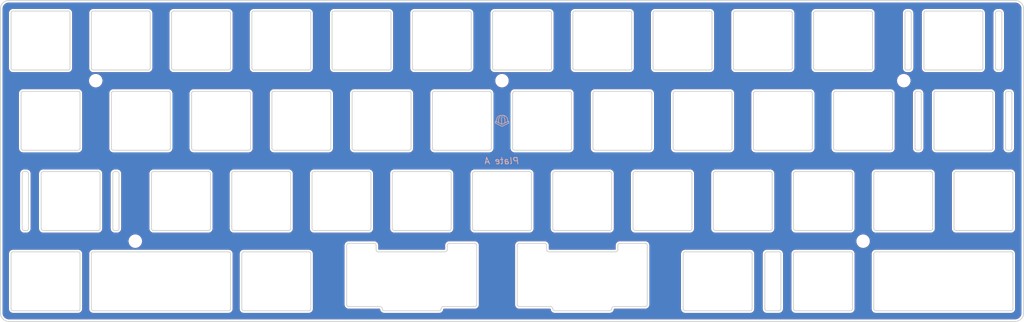
<source format=kicad_pcb>
(kicad_pcb (version 20211014) (generator pcbnew)
  (layers (0 "F.Cu" signal) (31 "B.Cu" signal) (34 "B.Paste" user) (35 "F.Paste" user) (36 "B.SilkS" user "B.Silkscreen") (37 "F.SilkS" user "F.Silkscreen") (38 "B.Mask" user) (39 "F.Mask" user) (44 "Edge.Cuts" user))
  (net 0 "")
  (footprint "MountingHole:MountingHole_2.2mm_M2" (layer "F.Cu") (at 243.81225 73.025 180)
    (fp_text reference "REF**" hide)
    (fp_text value "MountingHole_2.2mm_M2")
    (pad "" np_thru_hole circle (at 0 0 180) (size 2.2 2.2) (drill 2.2) (layers *.Cu *.Mask))
  )
  (footprint "MountingHole:MountingHole_2.2mm_M2" (layer "F.Cu") (at 51.99025 73.025 180)
    (fp_text reference "REF**" hide)
    (fp_text value "MountingHole_2.2mm_M2")
    (pad "" np_thru_hole circle (at 0 0 180) (size 2.2 2.2) (drill 2.2) (layers *.Cu *.Mask))
  )
  (footprint "MountingHole:MountingHole_2.2mm_M2" (layer "F.Cu") (at 234.15625 111.125 180)
    (fp_text reference "REF**" hide)
    (fp_text value "MountingHole_2.2mm_M2")
    (pad "" np_thru_hole circle (at 0 0 180) (size 2.2 2.2) (drill 2.2) (layers *.Cu *.Mask))
  )
  (footprint "MountingHole:MountingHole_2.2mm_M2" (layer "F.Cu") (at 61.38425 111.125 180)
    (fp_text reference "REF**" hide)
    (fp_text value "MountingHole_2.2mm_M2")
    (pad "" np_thru_hole circle (at 0 0 180) (size 2.2 2.2) (drill 2.2) (layers *.Cu *.Mask))
  )
  (footprint "MountingHole:MountingHole_2.2mm_M2" (layer "F.Cu") (at 148.43125 73.025 180)
    (fp_text reference "REF**" hide)
    (fp_text value "MountingHole_2.2mm_M2")
    (pad "" np_thru_hole circle (at 0 0 180) (size 2.2 2.2) (drill 2.2) (layers *.Cu *.Mask))
  )
  (footprint "LOGO" (layer "B.Cu") (at 148.43125 82.55 180)
    (fp_text reference "G***" hide)
    (fp_text value "LOGO" hide)
  )
  (gr_line (start 218.13125 113.65) (end 231.13125 113.65) (layer "Edge.Cuts") (width 0.2))
  (gr_arc (start 158.54325 111.65) (mid 158.896803 111.796447) (end 159.04325 112.15) (layer "Edge.Cuts") (width 0.2))
  (gr_line (start 184.00625 89.05) (end 184.00625 76.05) (layer "Edge.Cuts") (width 0.2))
  (gr_arc (start 134 127.15) (mid 134.146447 126.796447) (end 134.5 126.65) (layer "Edge.Cuts") (width 0.2))
  (gr_line (start 35.5375 94.6) (end 35.0375 94.6) (layer "Edge.Cuts") (width 0.2))
  (gr_line (start 160.48125 95.1) (end 160.48125 108.1) (layer "Edge.Cuts") (width 0.2))
  (gr_arc (start 134 127.15) (mid 133.853553 127.503553) (end 133.5 127.65) (layer "Edge.Cuts") (width 0.2))
  (gr_line (start 155.43125 108.1) (end 155.43125 95.1) (layer "Edge.Cuts") (width 0.2))
  (gr_arc (start 32.39375 127.65) (mid 32.040197 127.503553) (end 31.89375 127.15) (layer "Edge.Cuts") (width 0.2))
  (gr_line (start 34.275 76.05) (end 34.275 89.05) (layer "Edge.Cuts") (width 0.2))
  (gr_line (start 249.0875 70.5) (end 262.0875 70.5) (layer "Edge.Cuts") (width 0.2))
  (gr_arc (start 179.24375 70) (mid 179.097303 70.353553) (end 178.74375 70.5) (layer "Edge.Cuts") (width 0.2))
  (gr_arc (start 269.23125 94.6) (mid 269.584803 94.746447) (end 269.73125 95.1) (layer "Edge.Cuts") (width 0.2))
  (gr_arc (start 184.79375 70.5) (mid 184.440197 70.353553) (end 184.29375 70) (layer "Edge.Cuts") (width 0.2))
  (gr_line (start 267.96875 76.05) (end 267.96875 89.05) (layer "Edge.Cuts") (width 0.2))
  (gr_arc (start 127.64375 70.5) (mid 127.290197 70.353553) (end 127.14375 70) (layer "Edge.Cuts") (width 0.2))
  (gr_arc (start 222.89375 70.5) (mid 222.540197 70.353553) (end 222.39375 70) (layer "Edge.Cuts") (width 0.2))
  (gr_arc (start 112.062 126.65) (mid 111.708447 126.503553) (end 111.562 126.15) (layer "Edge.Cuts") (width 0.2))
  (gr_line (start 141.43125 95.1) (end 141.43125 108.1) (layer "Edge.Cuts") (width 0.2))
  (gr_arc (start 57.0375 94.6) (mid 57.391053 94.746447) (end 57.5375 95.1) (layer "Edge.Cuts") (width 0.2))
  (gr_arc (start 217.63125 95.1) (mid 217.777697 94.746447) (end 218.13125 94.6) (layer "Edge.Cuts") (width 0.2))
  (gr_line (start 39.0375 95.1) (end 39.0375 108.1) (layer "Edge.Cuts") (width 0.2))
  (gr_line (start 173.98125 127.65) (end 160.98125 127.65) (layer "Edge.Cuts") (width 0.2))
  (gr_arc (start 170.00625 76.05) (mid 170.152697 75.696447) (end 170.50625 75.55) (layer "Edge.Cuts") (width 0.2))
  (gr_line (start 266.0875 70.5) (end 266.5875 70.5) (layer "Edge.Cuts") (width 0.2))
  (gr_line (start 266.5875 56.5) (end 266.0875 56.5) (layer "Edge.Cuts") (width 0.2))
  (gr_arc (start 56.5375 108.6) (mid 56.183947 108.453553) (end 56.0375 108.1) (layer "Edge.Cuts") (width 0.2))
  (gr_line (start 36.0375 108.1) (end 36.0375 95.1) (layer "Edge.Cuts") (width 0.2))
  (gr_line (start 222.89375 70.5) (end 235.89375 70.5) (layer "Edge.Cuts") (width 0.2))
  (gr_line (start 78.73125 94.6) (end 65.73125 94.6) (layer "Edge.Cuts") (width 0.2))
  (gr_line (start 53.0375 108.1) (end 53.0375 95.1) (layer "Edge.Cuts") (width 0.2))
  (gr_line (start 269.23125 94.6) (end 256.23125 94.6) (layer "Edge.Cuts") (width 0.2))
  (gr_line (start 250.96875 89.05) (end 250.96875 76.05) (layer "Edge.Cuts") (width 0.2))
  (gr_line (start 264.96875 76.05) (end 264.96875 89.05) (layer "Edge.Cuts") (width 0.2))
  (gr_line (start 102.54375 127.65) (end 87.1625 127.65) (layer "Edge.Cuts") (width 0.2))
  (gr_line (start 98.28125 95.1) (end 98.28125 108.1) (layer "Edge.Cuts") (width 0.2))
  (gr_arc (start 231.63125 108.1) (mid 231.484803 108.453553) (end 231.13125 108.6) (layer "Edge.Cuts") (width 0.2))
  (gr_line (start 214.13125 113.65) (end 211.31875 113.65) (layer "Edge.Cuts") (width 0.2))
  (gr_line (start 119.062 113.65) (end 134.938 113.65) (layer "Edge.Cuts") (width 0.2))
  (gr_arc (start 141.43125 95.1) (mid 141.577697 94.746447) (end 141.93125 94.6) (layer "Edge.Cuts") (width 0.2))
  (gr_line (start 35.0375 108.6) (end 35.5375 108.6) (layer "Edge.Cuts") (width 0.2))
  (gr_arc (start 266.5875 56.5) (mid 266.941053 56.646447) (end 267.0875 57) (layer "Edge.Cuts") (width 0.2))
  (gr_line (start 132.40625 89.55) (end 145.40625 89.55) (layer "Edge.Cuts") (width 0.2))
  (gr_line (start 93.80625 76.05) (end 93.80625 89.05) (layer "Edge.Cuts") (width 0.2))
  (gr_line (start 268.96875 75.55) (end 268.46875 75.55) (layer "Edge.Cuts") (width 0.2))
  (gr_arc (start 246.96875 89.55) (mid 246.615197 89.403553) (end 246.46875 89.05) (layer "Edge.Cuts") (width 0.2))
  (gr_line (start 140.64375 56.5) (end 127.64375 56.5) (layer "Edge.Cuts") (width 0.2))
  (gr_line (start 56.0375 95.1) (end 56.0375 108.1) (layer "Edge.Cuts") (width 0.2))
  (gr_line (start 208.60625 89.55) (end 221.60625 89.55) (layer "Edge.Cuts") (width 0.2))
  (gr_line (start 246.96875 89.55) (end 247.46875 89.55) (layer "Edge.Cuts") (width 0.2))
  (gr_arc (start 75.25625 89.55) (mid 74.902697 89.403553) (end 74.75625 89.05) (layer "Edge.Cuts") (width 0.2))
  (gr_arc (start 119.062 113.65) (mid 118.708447 113.503553) (end 118.562 113.15) (layer "Edge.Cuts") (width 0.2))
  (gr_arc (start 135.438 113.15) (mid 135.291553 113.503553) (end 134.938 113.65) (layer "Edge.Cuts") (width 0.2))
  (gr_line (start 57.0375 94.6) (end 56.5375 94.6) (layer "Edge.Cuts") (width 0.2))
  (gr_arc (start 251.46875 89.55) (mid 251.115197 89.403553) (end 250.96875 89.05) (layer "Edge.Cuts") (width 0.2))
  (gr_arc (start 78.73125 94.6) (mid 79.084803 94.746447) (end 79.23125 95.1) (layer "Edge.Cuts") (width 0.2))
  (gr_arc (start 51.44375 70.5) (mid 51.090197 70.353553) (end 50.94375 70) (layer "Edge.Cuts") (width 0.2))
  (gr_line (start 121.59375 56.5) (end 108.59375 56.5) (layer "Edge.Cuts") (width 0.2))
  (gr_arc (start 48.275 89.05) (mid 48.128553 89.403553) (end 47.775 89.55) (layer "Edge.Cuts") (width 0.2))
  (gr_line (start 179.24375 70) (end 179.24375 57) (layer "Edge.Cuts") (width 0.2))
  (gr_arc (start 145.40625 75.55) (mid 145.759803 75.696447) (end 145.90625 76.05) (layer "Edge.Cuts") (width 0.2))
  (gr_line (start 126.85625 89.05) (end 126.85625 76.05) (layer "Edge.Cuts") (width 0.2))
  (gr_line (start 165.24375 57) (end 165.24375 70) (layer "Edge.Cuts") (width 0.2))
  (gr_line (start 65.23125 95.1) (end 65.23125 108.1) (layer "Edge.Cuts") (width 0.2))
  (gr_line (start 231.63125 108.1) (end 231.63125 95.1) (layer "Edge.Cuts") (width 0.2))
  (gr_arc (start 32.39375 70.5) (mid 32.040197 70.353553) (end 31.89375 70) (layer "Edge.Cuts") (width 0.2))
  (gr_arc (start 160.19375 70) (mid 160.047303 70.353553) (end 159.69375 70.5) (layer "Edge.Cuts") (width 0.2))
  (gr_arc (start 31.89375 114.15) (mid 32.040197 113.796447) (end 32.39375 113.65) (layer "Edge.Cuts") (width 0.2))
  (gr_line (start 88.25625 75.55) (end 75.25625 75.55) (layer "Edge.Cuts") (width 0.2))
  (gr_line (start 235.89375 56.5) (end 222.89375 56.5) (layer "Edge.Cuts") (width 0.2))
  (gr_arc (start 64.94375 70) (mid 64.797303 70.353553) (end 64.44375 70.5) (layer "Edge.Cuts") (width 0.2))
  (gr_line (start 154.93125 94.6) (end 141.93125 94.6) (layer "Edge.Cuts") (width 0.2))
  (gr_arc (start 269.23125 113.65) (mid 269.584803 113.796447) (end 269.73125 114.15) (layer "Edge.Cuts") (width 0.2))
  (gr_arc (start 182.91925 126.15) (mid 182.772803 126.503553) (end 182.41925 126.65) (layer "Edge.Cuts") (width 0.2))
  (gr_arc (start 65.73125 108.6) (mid 65.377697 108.453553) (end 65.23125 108.1) (layer "Edge.Cuts") (width 0.2))
  (gr_line (start 269.23125 113.65) (end 237.18125 113.65) (layer "Edge.Cuts") (width 0.2))
  (gr_line (start 89.54375 70.5) (end 102.54375 70.5) (layer "Edge.Cuts") (width 0.2))
  (gr_line (start 176.41925 111.65) (end 182.41925 111.65) (layer "Edge.Cuts") (width 0.2))
  (gr_line (start 189.55625 89.55) (end 202.55625 89.55) (layer "Edge.Cuts") (width 0.2))
  (gr_arc (start 88.25625 75.55) (mid 88.609803 75.696447) (end 88.75625 76.05) (layer "Edge.Cuts") (width 0.2))
  (gr_arc (start 154.93125 94.6) (mid 155.284803 94.746447) (end 155.43125 95.1) (layer "Edge.Cuts") (width 0.2))
  (gr_arc (start 83.49375 113.65) (mid 83.847303 113.796447) (end 83.99375 114.15) (layer "Edge.Cuts") (width 0.2))
  (gr_arc (start 210.81875 114.15) (mid 210.965197 113.796447) (end 211.31875 113.65) (layer "Edge.Cuts") (width 0.2))
  (gr_line (start 198.29375 70) (end 198.29375 57) (layer "Edge.Cuts") (width 0.2))
  (gr_arc (start 135.438 112.15) (mid 135.584447 111.796447) (end 135.938 111.65) (layer "Edge.Cuts") (width 0.2))
  (gr_line (start 116.83125 94.6) (end 103.83125 94.6) (layer "Edge.Cuts") (width 0.2))
  (gr_line (start 31.89375 114.15) (end 31.89375 127.15) (layer "Edge.Cuts") (width 0.2))
  (gr_arc (start 246.46875 76.05) (mid 246.615197 75.696447) (end 246.96875 75.55) (layer "Edge.Cuts") (width 0.2))
  (gr_arc (start 98.28125 108.1) (mid 98.134803 108.453553) (end 97.78125 108.6) (layer "Edge.Cuts") (width 0.2))
  (gr_line (start 136.38125 95.1) (end 136.38125 108.1) (layer "Edge.Cuts") (width 0.2))
  (gr_line (start 222.39375 57) (end 222.39375 70) (layer "Edge.Cuts") (width 0.2))
  (gr_line (start 244.5875 70.5) (end 245.0875 70.5) (layer "Edge.Cuts") (width 0.2))
  (gr_line (start 135.938 111.65) (end 141.938 111.65) (layer "Edge.Cuts") (width 0.2))
  (gr_arc (start 126.35625 75.55) (mid 126.709803 75.696447) (end 126.85625 76.05) (layer "Edge.Cuts") (width 0.2))
  (gr_line (start 199.08125 108.6) (end 212.08125 108.6) (layer "Edge.Cuts") (width 0.2))
  (gr_arc (start 191.4375 114.15) (mid 191.583947 113.796447) (end 191.9375 113.65) (layer "Edge.Cuts") (width 0.2))
  (gr_arc (start 231.13125 113.65) (mid 231.484803 113.796447) (end 231.63125 114.15) (layer "Edge.Cuts") (width 0.2))
  (gr_arc (start 203.05625 89.05) (mid 202.909803 89.403553) (end 202.55625 89.55) (layer "Edge.Cuts") (width 0.2))
  (gr_arc (start 231.13125 94.6) (mid 231.484803 94.746447) (end 231.63125 95.1) (layer "Edge.Cuts") (width 0.2))
  (gr_arc (start 178.74375 56.5) (mid 179.097303 56.646447) (end 179.24375 57) (layer "Edge.Cuts") (width 0.2))
  (gr_arc (start 250.96875 76.05) (mid 251.115197 75.696447) (end 251.46875 75.55) (layer "Edge.Cuts") (width 0.2))
  (gr_line (start 127.14375 57) (end 127.14375 70) (layer "Edge.Cuts") (width 0.2))
  (gr_line (start 83.49375 113.65) (end 51.44375 113.65) (layer "Edge.Cuts") (width 0.2))
  (gr_arc (start 45.39375 56.5) (mid 45.747303 56.646447) (end 45.89375 57) (layer "Edge.Cuts") (width 0.2))
  (gr_line (start 89.04375 57) (end 89.04375 70) (layer "Edge.Cuts") (width 0.2))
  (gr_arc (start 56.0375 95.1) (mid 56.183947 94.746447) (end 56.5375 94.6) (layer "Edge.Cuts") (width 0.2))
  (gr_arc (start 164.45625 75.55) (mid 164.809803 75.696447) (end 164.95625 76.05) (layer "Edge.Cuts") (width 0.2))
  (gr_arc (start 236.68125 95.1) (mid 236.827697 94.746447) (end 237.18125 94.6) (layer "Edge.Cuts") (width 0.2))
  (gr_arc (start 45.89375 70) (mid 45.747303 70.353553) (end 45.39375 70.5) (layer "Edge.Cuts") (width 0.2))
  (gr_line (start 210.81875 114.15) (end 210.81875 127.15) (layer "Edge.Cuts") (width 0.2))
  (gr_line (start 193.03125 94.6) (end 180.03125 94.6) (layer "Edge.Cuts") (width 0.2))
  (gr_line (start 203.34375 70) (end 203.34375 57) (layer "Edge.Cuts") (width 0.2))
  (gr_arc (start 122.38125 95.1) (mid 122.527697 94.746447) (end 122.88125 94.6) (layer "Edge.Cuts") (width 0.2))
  (gr_line (start 221.60625 75.55) (end 208.60625 75.55) (layer "Edge.Cuts") (width 0.2))
  (gr_arc (start 198.58125 95.1) (mid 198.727697 94.746447) (end 199.08125 94.6) (layer "Edge.Cuts") (width 0.2))
  (gr_line (start 57.5375 108.1) (end 57.5375 95.1) (layer "Edge.Cuts") (width 0.2))
  (gr_arc (start 36.0375 108.1) (mid 35.891053 108.453553) (end 35.5375 108.6) (layer "Edge.Cuts") (width 0.2))
  (gr_line (start 122.38125 108.1) (end 122.38125 95.1) (layer "Edge.Cuts") (width 0.2))
  (gr_line (start 84.78125 94.6) (end 97.78125 94.6) (layer "Edge.Cuts") (width 0.2))
  (gr_arc (start 146.69375 70.5) (mid 146.340197 70.353553) (end 146.19375 70) (layer "Edge.Cuts") (width 0.2))
  (gr_line (start 74.75625 76.05) (end 74.75625 89.05) (layer "Edge.Cuts") (width 0.2))
  (gr_line (start 178.74375 56.5) (end 165.74375 56.5) (layer "Edge.Cuts") (width 0.2))
  (gr_arc (start 94.30625 89.55) (mid 93.952697 89.403553) (end 93.80625 89.05) (layer "Edge.Cuts") (width 0.2))
  (gr_line (start 269.73125 127.15) (end 269.73125 114.15) (layer "Edge.Cuts") (width 0.2))
  (gr_line (start 145.90625 89.05) (end 145.90625 76.05) (layer "Edge.Cuts") (width 0.2))
  (gr_arc (start 122.09375 70) (mid 121.947303 70.353553) (end 121.59375 70.5) (layer "Edge.Cuts") (width 0.2))
  (gr_line (start 180.03125 108.6) (end 193.03125 108.6) (layer "Edge.Cuts") (width 0.2))
  (gr_line (start 141.14375 70) (end 141.14375 57) (layer "Edge.Cuts") (width 0.2))
  (gr_line (start 83.49375 56.5) (end 70.49375 56.5) (layer "Edge.Cuts") (width 0.2))
  (gr_line (start 152.04325 126.15) (end 152.04325 112.15) (layer "Edge.Cuts") (width 0.2))
  (gr_line (start 272.25625 128.175) (end 272.25625 55.975) (layer "Edge.Cuts") (width 0.2))
  (gr_arc (start 136.38125 108.1) (mid 136.234803 108.453553) (end 135.88125 108.6) (layer "Edge.Cuts") (width 0.2))
  (gr_line (start 183.50625 75.55) (end 170.50625 75.55) (layer "Edge.Cuts") (width 0.2))
  (gr_arc (start 159.54325 113.65) (mid 159.189697 113.503553) (end 159.04325 113.15) (layer "Edge.Cuts") (width 0.2))
  (gr_arc (start 267.96875 76.05) (mid 268.115197 75.696447) (end 268.46875 75.55) (layer "Edge.Cuts") (width 0.2))
  (gr_arc (start 47.775 113.65) (mid 48.128553 113.796447) (end 48.275 114.15) (layer "Edge.Cuts") (width 0.2))
  (gr_line (start 250.68125 108.1) (end 250.68125 95.1) (layer "Edge.Cuts") (width 0.2))
  (gr_arc (start 103.83125 108.6) (mid 103.477697 108.453553) (end 103.33125 108.1) (layer "Edge.Cuts") (width 0.2))
  (gr_arc (start 174.48125 127.15) (mid 174.334803 127.503553) (end 173.98125 127.65) (layer "Edge.Cuts") (width 0.2))
  (gr_arc (start 217.63125 114.15) (mid 217.777697 113.796447) (end 218.13125 113.65) (layer "Edge.Cuts") (width 0.2))
  (gr_line (start 264.46875 89.55) (end 251.46875 89.55) (layer "Edge.Cuts") (width 0.2))
  (gr_line (start 227.65625 89.55) (end 240.65625 89.55) (layer "Edge.Cuts") (width 0.2))
  (gr_arc (start 269.73125 108.1) (mid 269.584803 108.453553) (end 269.23125 108.6) (layer "Edge.Cuts") (width 0.2))
  (gr_arc (start 179.53125 95.1) (mid 179.677697 94.746447) (end 180.03125 94.6) (layer "Edge.Cuts") (width 0.2))
  (gr_arc (start 182.41925 111.65) (mid 182.772803 111.796447) (end 182.91925 112.15) (layer "Edge.Cuts") (width 0.2))
  (gr_line (start 160.19375 70) (end 160.19375 57) (layer "Edge.Cuts") (width 0.2))
  (gr_arc (start 218.13125 127.65) (mid 217.777697 127.503553) (end 217.63125 127.15) (layer "Edge.Cuts") (width 0.2))
  (gr_arc (start 103.04375 70) (mid 102.897303 70.353553) (end 102.54375 70.5) (layer "Edge.Cuts") (width 0.2))
  (gr_line (start 231.13125 127.65) (end 218.13125 127.65) (layer "Edge.Cuts") (width 0.2))
  (gr_arc (start 265.5875 57) (mid 265.733947 56.646447) (end 266.0875 56.5) (layer "Edge.Cuts") (width 0.2))
  (gr_line (start 146.69375 70.5) (end 159.69375 70.5) (layer "Edge.Cuts") (width 0.2))
  (gr_line (start 269.73125 108.1) (end 269.73125 95.1) (layer "Edge.Cuts") (width 0.2))
  (gr_arc (start 269.73125 127.15) (mid 269.584803 127.503553) (end 269.23125 127.65) (layer "Edge.Cuts") (width 0.2))
  (gr_arc (start 53.0375 108.1) (mid 52.891053 108.453553) (end 52.5375 108.6) (layer "Edge.Cuts") (width 0.2))
  (gr_line (start 193.53125 108.1) (end 193.53125 95.1) (layer "Edge.Cuts") (width 0.2))
  (gr_line (start 270.25625 53.975) (end 31.36875 53.975) (layer "Edge.Cuts") (width 0.2))
  (gr_arc (start 211.31875 127.65) (mid 210.965197 127.503553) (end 210.81875 127.15) (layer "Edge.Cuts") (width 0.2))
  (gr_arc (start 97.78125 94.6) (mid 98.134803 94.746447) (end 98.28125 95.1) (layer "Edge.Cuts") (width 0.2))
  (gr_arc (start 235.89375 56.5) (mid 236.247303 56.646447) (end 236.39375 57) (layer "Edge.Cuts") (width 0.2))
  (gr_line (start 218.13125 108.6) (end 231.13125 108.6) (layer "Edge.Cuts") (width 0.2))
  (gr_line (start 237.18125 127.65) (end 269.23125 127.65) (layer "Edge.Cuts") (width 0.2))
  (gr_line (start 75.25625 89.55) (end 88.25625 89.55) (layer "Edge.Cuts") (width 0.2))
  (gr_line (start 103.83125 108.6) (end 116.83125 108.6) (layer "Edge.Cuts") (width 0.2))
  (gr_line (start 231.13125 94.6) (end 218.13125 94.6) (layer "Edge.Cuts") (width 0.2))
  (gr_line (start 212.08125 94.6) (end 199.08125 94.6) (layer "Edge.Cuts") (width 0.2))
  (gr_line (start 111.562 126.15) (end 111.562 112.15) (layer "Edge.Cuts") (width 0.2))
  (gr_arc (start 89.54375 70.5) (mid 89.190197 70.353553) (end 89.04375 70) (layer "Edge.Cuts") (width 0.2))
  (gr_line (start 135.88125 108.6) (end 122.88125 108.6) (layer "Edge.Cuts") (width 0.2))
  (gr_arc (start 202.55625 75.55) (mid 202.909803 75.696447) (end 203.05625 76.05) (layer "Edge.Cuts") (width 0.2))
  (gr_arc (start 121.59375 56.5) (mid 121.947303 56.646447) (end 122.09375 57) (layer "Edge.Cuts") (width 0.2))
  (gr_arc (start 113.35625 89.55) (mid 113.002697 89.403553) (end 112.85625 89.05) (layer "Edge.Cuts") (width 0.2))
  (gr_arc (start 247.46875 75.55) (mid 247.822303 75.696447) (end 247.96875 76.05) (layer "Edge.Cuts") (width 0.2))
  (gr_line (start 241.15625 89.05) (end 241.15625 76.05) (layer "Edge.Cuts") (width 0.2))
  (gr_line (start 113.35625 89.55) (end 126.35625 89.55) (layer "Edge.Cuts") (width 0.2))
  (gr_arc (start 31.89375 57) (mid 32.040197 56.646447) (end 32.39375 56.5) (layer "Edge.Cuts") (width 0.2))
  (gr_arc (start 145.90625 89.05) (mid 145.759803 89.403553) (end 145.40625 89.55) (layer "Edge.Cuts") (width 0.2))
  (gr_line (start 50.94375 114.15) (end 50.94375 127.15) (layer "Edge.Cuts") (width 0.2))
  (gr_arc (start 160.98125 127.65) (mid 160.627697 127.503553) (end 160.48125 127.15) (layer "Edge.Cuts") (width 0.2))
  (gr_arc (start 112.85625 76.05) (mid 113.002697 75.696447) (end 113.35625 75.55) (layer "Edge.Cuts") (width 0.2))
  (gr_line (start 267.0875 70) (end 267.0875 57) (layer "Edge.Cuts") (width 0.2))
  (gr_line (start 265.5875 57) (end 265.5875 70) (layer "Edge.Cuts") (width 0.2))
  (gr_arc (start 155.43125 108.1) (mid 155.284803 108.453553) (end 154.93125 108.6) (layer "Edge.Cuts") (width 0.2))
  (gr_arc (start 208.60625 89.55) (mid 208.252697 89.403553) (end 208.10625 89.05) (layer "Edge.Cuts") (width 0.2))
  (gr_line (start 211.31875 127.65) (end 214.13125 127.65) (layer "Edge.Cuts") (width 0.2))
  (gr_arc (start 122.88125 108.6) (mid 122.527697 108.453553) (end 122.38125 108.1) (layer "Edge.Cuts") (width 0.2))
  (gr_arc (start 83.99375 127.15) (mid 83.847303 127.503553) (end 83.49375 127.65) (layer "Edge.Cuts") (width 0.2))
  (gr_line (start 208.10625 76.05) (end 208.10625 89.05) (layer "Edge.Cuts") (width 0.2))
  (gr_arc (start 173.98125 94.6) (mid 174.334803 94.746447) (end 174.48125 95.1) (layer "Edge.Cuts") (width 0.2))
  (gr_line (start 236.39375 70) (end 236.39375 57) (layer "Edge.Cuts") (width 0.2))
  (gr_line (start 47.775 113.65) (end 32.39375 113.65) (layer "Edge.Cuts") (width 0.2))
  (gr_arc (start 55.70625 76.05) (mid 55.852697 75.696447) (end 56.20625 75.55) (layer "Edge.Cuts") (width 0.2))
  (gr_arc (start 189.05625 76.05) (mid 189.202697 75.696447) (end 189.55625 75.55) (layer "Edge.Cuts") (width 0.2))
  (gr_line (start 212.58125 108.1) (end 212.58125 95.1) (layer "Edge.Cuts") (width 0.2))
  (gr_line (start 55.70625 76.05) (end 55.70625 89.05) (layer "Edge.Cuts") (width 0.2))
  (gr_arc (start 152.04325 112.15) (mid 152.189697 111.796447) (end 152.54325 111.65) (layer "Edge.Cuts") (width 0.2))
  (gr_arc (start 207.31875 113.65) (mid 207.672303 113.796447) (end 207.81875 114.15) (layer "Edge.Cuts") (width 0.2))
  (gr_line (start 170.00625 76.05) (end 170.00625 89.05) (layer "Edge.Cuts") (width 0.2))
  (gr_arc (start 272.25625 128.175) (mid 271.670464 129.589214) (end 270.25625 130.175) (layer "Edge.Cuts") (width 0.2))
  (gr_line (start 152.54325 111.65) (end 158.54325 111.65) (layer "Edge.Cuts") (width 0.2))
  (gr_line (start 103.04375 114.15) (end 103.04375 127.15) (layer "Edge.Cuts") (width 0.2))
  (gr_arc (start 160.98125 108.6) (mid 160.627697 108.453553) (end 160.48125 108.1) (layer "Edge.Cuts") (width 0.2))
  (gr_line (start 207.81875 127.15) (end 207.81875 114.15) (layer "Edge.Cuts") (width 0.2))
  (gr_line (start 150.95625 76.05) (end 150.95625 89.05) (layer "Edge.Cuts") (width 0.2))
  (gr_arc (start 170.50625 89.55) (mid 170.152697 89.403553) (end 170.00625 89.05) (layer "Edge.Cuts") (width 0.2))
  (gr_arc (start 141.938 111.65) (mid 142.291553 111.796447) (end 142.438 112.15) (layer "Edge.Cuts") (width 0.2))
  (gr_line (start 108.59375 70.5) (end 121.59375 70.5) (layer "Edge.Cuts") (width 0.2))
  (gr_line (start 240.65625 75.55) (end 227.65625 75.55) (layer "Edge.Cuts") (width 0.2))
  (gr_line (start 262.0875 56.5) (end 249.0875 56.5) (layer "Edge.Cuts") (width 0.2))
  (gr_arc (start 249.0875 70.5) (mid 248.733947 70.353553) (end 248.5875 70) (layer "Edge.Cuts") (width 0.2))
  (gr_arc (start 245.5875 70) (mid 245.441053 70.353553) (end 245.0875 70.5) (layer "Edge.Cuts") (width 0.2))
  (gr_arc (start 212.08125 94.6) (mid 212.434803 94.746447) (end 212.58125 95.1) (layer "Edge.Cuts") (width 0.2))
  (gr_arc (start 244.5875 70.5) (mid 244.233947 70.353553) (end 244.0875 70) (layer "Edge.Cuts") (width 0.2))
  (gr_arc (start 131.90625 76.05) (mid 132.052697 75.696447) (end 132.40625 75.55) (layer "Edge.Cuts") (width 0.2))
  (gr_arc (start 70.49375 70.5) (mid 70.140197 70.353553) (end 69.99375 70) (layer "Edge.Cuts") (width 0.2))
  (gr_arc (start 262.0875 56.5) (mid 262.441053 56.646447) (end 262.5875 57) (layer "Edge.Cuts") (width 0.2))
  (gr_line (start 70.49375 70.5) (end 83.49375 70.5) (layer "Edge.Cuts") (width 0.2))
  (gr_arc (start 118.062 111.65) (mid 118.415553 111.796447) (end 118.562 112.15) (layer "Edge.Cuts") (width 0.2))
  (gr_arc (start 69.20625 75.55) (mid 69.559803 75.696447) (end 69.70625 76.05) (layer "Edge.Cuts") (width 0.2))
  (gr_line (start 159.04325 112.15) (end 159.04325 113.15) (layer "Edge.Cuts") (width 0.2))
  (gr_line (start 268.46875 89.55) (end 268.96875 89.55) (layer "Edge.Cuts") (width 0.2))
  (gr_arc (start 216.84375 56.5) (mid 217.197303 56.646447) (end 217.34375 57) (layer "Edge.Cuts") (width 0.2))
  (gr_line (start 245.5875 70) (end 245.5875 57) (layer "Edge.Cuts") (width 0.2))
  (gr_arc (start 111.562 112.15) (mid 111.708447 111.796447) (end 112.062 111.65) (layer "Edge.Cuts") (width 0.2))
  (gr_line (start 214.63125 127.15) (end 214.63125 114.15) (layer "Edge.Cuts") (width 0.2))
  (gr_line (start 159.69375 56.5) (end 146.69375 56.5) (layer "Edge.Cuts") (width 0.2))
  (gr_line (start 107.30625 75.55) (end 94.30625 75.55) (layer "Edge.Cuts") (width 0.2))
  (gr_line (start 102.54375 56.5) (end 89.54375 56.5) (layer "Edge.Cuts") (width 0.2))
  (gr_line (start 50.94375 57) (end 50.94375 70) (layer "Edge.Cuts") (width 0.2))
  (gr_arc (start 29.36875 55.975) (mid 29.954536 54.560786) (end 31.36875 53.975) (layer "Edge.Cuts") (width 0.2))
  (gr_arc (start 89.04375 57) (mid 89.190197 56.646447) (end 89.54375 56.5) (layer "Edge.Cuts") (width 0.2))
  (gr_line (start 56.5375 108.6) (end 57.0375 108.6) (layer "Edge.Cuts") (width 0.2))
  (gr_arc (start 268.46875 89.55) (mid 268.115197 89.403553) (end 267.96875 89.05) (layer "Edge.Cuts") (width 0.2))
  (gr_line (start 69.70625 89.05) (end 69.70625 76.05) (layer "Edge.Cuts") (width 0.2))
  (gr_arc (start 175.91925 112.15) (mid 176.065697 111.796447) (end 176.41925 111.65) (layer "Edge.Cuts") (width 0.2))
  (gr_line (start 159.98125 126.65) (end 152.54325 126.65) (layer "Edge.Cuts") (width 0.2))
  (gr_line (start 83.99375 70) (end 83.99375 57) (layer "Edge.Cuts") (width 0.2))
  (gr_line (start 141.938 126.65) (end 134.5 126.65) (layer "Edge.Cuts") (width 0.2))
  (gr_line (start 45.89375 70) (end 45.89375 57) (layer "Edge.Cuts") (width 0.2))
  (gr_arc (start 245.0875 56.5) (mid 245.441053 56.646447) (end 245.5875 57) (layer "Edge.Cuts") (width 0.2))
  (gr_line (start 203.84375 56.5) (end 216.84375 56.5) (layer "Edge.Cuts") (width 0.2))
  (gr_line (start 47.775 75.55) (end 34.775 75.55) (layer "Edge.Cuts") (width 0.2))
  (gr_line (start 164.95625 89.05) (end 164.95625 76.05) (layer "Edge.Cuts") (width 0.2))
  (gr_arc (start 203.34375 57) (mid 203.490197 56.646447) (end 203.84375 56.5) (layer "Edge.Cuts") (width 0.2))
  (gr_arc (start 264.46875 75.55) (mid 264.822303 75.696447) (end 264.96875 76.05) (layer "Edge.Cuts") (width 0.2))
  (gr_line (start 179.53125 95.1) (end 179.53125 108.1) (layer "Edge.Cuts") (width 0.2))
  (gr_arc (start 84.28125 95.1) (mid 84.427697 94.746447) (end 84.78125 94.6) (layer "Edge.Cuts") (width 0.2))
  (gr_arc (start 165.24375 57) (mid 165.390197 56.646447) (end 165.74375 56.5) (layer "Edge.Cuts") (width 0.2))
  (gr_line (start 87.1625 113.65) (end 102.54375 113.65) (layer "Edge.Cuts") (width 0.2))
  (gr_line (start 135.438 113.15) (end 135.438 112.15) (layer "Edge.Cuts") (width 0.2))
  (gr_arc (start 135.88125 94.6) (mid 136.234803 94.746447) (end 136.38125 95.1) (layer "Edge.Cuts") (width 0.2))
  (gr_line (start 217.63125 95.1) (end 217.63125 108.1) (layer "Edge.Cuts") (width 0.2))
  (gr_line (start 88.75625 89.05) (end 88.75625 76.05) (layer "Edge.Cuts") (width 0.2))
  (gr_line (start 122.88125 94.6) (end 135.88125 94.6) (layer "Edge.Cuts") (width 0.2))
  (gr_arc (start 248.5875 57) (mid 248.733947 56.646447) (end 249.0875 56.5) (layer "Edge.Cuts") (width 0.2))
  (gr_line (start 184.29375 57) (end 184.29375 70) (layer "Edge.Cuts") (width 0.2))
  (gr_arc (start 221.60625 75.55) (mid 221.959803 75.696447) (end 222.10625 76.05) (layer "Edge.Cuts") (width 0.2))
  (gr_line (start 56.20625 89.55) (end 69.20625 89.55) (layer "Edge.Cuts") (width 0.2))
  (gr_arc (start 84.78125 108.6) (mid 84.427697 108.453553) (end 84.28125 108.1) (layer "Edge.Cuts") (width 0.2))
  (gr_line (start 103.33125 95.1) (end 103.33125 108.1) (layer "Edge.Cuts") (width 0.2))
  (gr_line (start 141.93125 108.6) (end 154.93125 108.6) (layer "Edge.Cuts") (width 0.2))
  (gr_line (start 126.35625 75.55) (end 113.35625 75.55) (layer "Edge.Cuts") (width 0.2))
  (gr_arc (start 140.64375 56.5) (mid 140.997303 56.646447) (end 141.14375 57) (layer "Edge.Cuts") (width 0.2))
  (gr_line (start 207.31875 113.65) (end 191.9375 113.65) (layer "Edge.Cuts") (width 0.2))
  (gr_arc (start 88.75625 89.05) (mid 88.609803 89.403553) (end 88.25625 89.55) (layer "Edge.Cuts") (width 0.2))
  (gr_arc (start 146.19375 57) (mid 146.340197 56.646447) (end 146.69375 56.5) (layer "Edge.Cuts") (width 0.2))
  (gr_arc (start 103.33125 95.1) (mid 103.477697 94.746447) (end 103.83125 94.6) (layer "Edge.Cuts") (width 0.2))
  (gr_arc (start 197.79375 56.5) (mid 198.147303 56.646447) (end 198.29375 57) (layer "Edge.Cuts") (width 0.2))
  (gr_line (start 97.78125 108.6) (end 84.78125 108.6) (layer "Edge.Cuts") (width 0.2))
  (gr_arc (start 39.5375 108.6) (mid 39.183947 108.453553) (end 39.0375 108.1) (layer "Edge.Cuts") (width 0.2))
  (gr_arc (start 50.94375 57) (mid 51.090197 56.646447) (end 51.44375 56.5) (layer "Edge.Cuts") (width 0.2))
  (gr_arc (start 35.5375 94.6) (mid 35.891053 94.746447) (end 36.0375 95.1) (layer "Edge.Cuts") (width 0.2))
  (gr_arc (start 227.65625 89.55) (mid 227.302697 89.403553) (end 227.15625 89.05) (layer "Edge.Cuts") (width 0.2))
  (gr_line (start 159.54325 113.65) (end 175.41925 113.65) (layer "Edge.Cuts") (width 0.2))
  (gr_arc (start 159.98125 126.65) (mid 160.334803 126.796447) (end 160.48125 127.15) (layer "Edge.Cuts") (width 0.2))
  (gr_line (start 112.85625 76.05) (end 112.85625 89.05) (layer "Edge.Cuts") (width 0.2))
  (gr_arc (start 189.55625 89.55) (mid 189.202697 89.403553) (end 189.05625 89.05) (layer "Edge.Cuts") (width 0.2))
  (gr_arc (start 152.54325 126.65) (mid 152.189697 126.503553) (end 152.04325 126.15) (layer "Edge.Cuts") (width 0.2))
  (gr_line (start 189.05625 76.05) (end 189.05625 89.05) (layer "Edge.Cuts") (width 0.2))
  (gr_arc (start 116.83125 94.6) (mid 117.184803 94.746447) (end 117.33125 95.1) (layer "Edge.Cuts") (width 0.2))
  (gr_arc (start 174.48125 108.1) (mid 174.334803 108.453553) (end 173.98125 108.6) (layer "Edge.Cuts") (width 0.2))
  (gr_arc (start 269.46875 89.05) (mid 269.322303 89.403553) (end 268.96875 89.55) (layer "Edge.Cuts") (width 0.2))
  (gr_line (start 202.55625 75.55) (end 189.55625 75.55) (layer "Edge.Cuts") (width 0.2))
  (gr_line (start 160.98125 108.6) (end 173.98125 108.6) (layer "Edge.Cuts") (width 0.2))
  (gr_arc (start 193.03125 94.6) (mid 193.384803 94.746447) (end 193.53125 95.1) (layer "Edge.Cuts") (width 0.2))
  (gr_arc (start 165.74375 70.5) (mid 165.390197 70.353553) (end 165.24375 70) (layer "Edge.Cuts") (width 0.2))
  (gr_arc (start 207.81875 127.15) (mid 207.672303 127.503553) (end 207.31875 127.65) (layer "Edge.Cuts") (width 0.2))
  (gr_line (start 122.09375 70) (end 122.09375 57) (layer "Edge.Cuts") (width 0.2))
  (gr_arc (start 117.33125 108.1) (mid 117.184803 108.453553) (end 116.83125 108.6) (layer "Edge.Cuts") (width 0.2))
  (gr_line (start 222.10625 89.05) (end 222.10625 76.05) (layer "Edge.Cuts") (width 0.2))
  (gr_line (start 83.99375 127.15) (end 83.99375 114.15) (layer "Edge.Cuts") (width 0.2))
  (gr_line (start 39.5375 108.6) (end 52.5375 108.6) (layer "Edge.Cuts") (width 0.2))
  (gr_line (start 236.68125 95.1) (end 236.68125 108.1) (layer "Edge.Cuts") (width 0.2))
  (gr_arc (start 218.13125 108.6) (mid 217.777697 108.453553) (end 217.63125 108.1) (layer "Edge.Cuts") (width 0.2))
  (gr_line (start 112.062 111.65) (end 118.062 111.65) (layer "Edge.Cuts") (width 0.2))
  (gr_arc (start 236.39375 70) (mid 236.247303 70.353553) (end 235.89375 70.5) (layer "Edge.Cuts") (width 0.2))
  (gr_line (start 94.30625 89.55) (end 107.30625 89.55) (layer "Edge.Cuts") (width 0.2))
  (gr_line (start 107.80625 89.05) (end 107.80625 76.05) (layer "Edge.Cuts") (width 0.2))
  (gr_arc (start 191.9375 127.65) (mid 191.583947 127.503553) (end 191.4375 127.15) (layer "Edge.Cuts") (width 0.2))
  (gr_arc (start 48.275 127.15) (mid 48.128553 127.503553) (end 47.775 127.65) (layer "Edge.Cuts") (width 0.2))
  (gr_line (start 117.33125 108.1) (end 117.33125 95.1) (layer "Edge.Cuts") (width 0.2))
  (gr_line (start 133.5 127.65) (end 120.5 127.65) (layer "Edge.Cuts") (width 0.2))
  (gr_line (start 146.19375 57) (end 146.19375 70) (layer "Edge.Cuts") (width 0.2))
  (gr_line (start 256.23125 108.6) (end 269.23125 108.6) (layer "Edge.Cuts") (width 0.2))
  (gr_arc (start 267.0875 70) (mid 266.941053 70.353553) (end 266.5875 70.5) (layer "Edge.Cuts") (width 0.2))
  (gr_line (start 119.5 126.65) (end 112.062 126.65) (layer "Edge.Cuts") (width 0.2))
  (gr_arc (start 120.5 127.65) (mid 120.146447 127.503553) (end 120 127.15) (layer "Edge.Cuts") (width 0.2))
  (gr_arc (start 214.63125 127.15) (mid 214.484803 127.503553) (end 214.13125 127.65) (layer "Edge.Cuts") (width 0.2))
  (gr_line (start 32.39375 127.65) (end 47.775 127.65) (layer "Edge.Cuts") (width 0.2))
  (gr_arc (start 34.275 76.05) (mid 34.421447 75.696447) (end 34.775 75.55) (layer "Edge.Cuts") (width 0.2))
  (gr_arc (start 103.04375 127.15) (mid 102.897303 127.503553) (end 102.54375 127.65) (layer "Edge.Cuts") (width 0.2))
  (gr_line (start 165.74375 70.5) (end 178.74375 70.5) (layer "Edge.Cuts") (width 0.2))
  (gr_line (start 231.63125 114.15) (end 231.63125 127.15) (layer "Edge.Cuts") (width 0.2))
  (gr_line (start 142.438 112.15) (end 142.438 126.15) (layer "Edge.Cuts") (width 0.2))
  (gr_arc (start 108.59375 70.5) (mid 108.240197 70.353553) (end 108.09375 70) (layer "Edge.Cuts") (width 0.2))
  (gr_arc (start 52.5375 94.6) (mid 52.891053 94.746447) (end 53.0375 95.1) (layer "Edge.Cuts") (width 0.2))
  (gr_line (start 32.39375 70.5) (end 45.39375 70.5) (layer "Edge.Cuts") (width 0.2))
  (gr_line (start 262.5875 70) (end 262.5875 57) (layer "Edge.Cuts") (width 0.2))
  (gr_arc (start 64.44375 56.5) (mid 64.797303 56.646447) (end 64.94375 57) (layer "Edge.Cuts") (width 0.2))
  (gr_arc (start 208.10625 76.05) (mid 208.252697 75.696447) (end 208.60625 75.55) (layer "Edge.Cuts") (width 0.2))
  (gr_arc (start 250.18125 94.6) (mid 250.534803 94.746447) (end 250.68125 95.1) (layer "Edge.Cuts") (width 0.2))
  (gr_arc (start 86.6625 114.15) (mid 86.808947 113.796447) (end 87.1625 113.65) (layer "Edge.Cuts") (width 0.2))
  (gr_line (start 86.6625 127.15) (end 86.6625 114.15) (layer "Edge.Cuts") (width 0.2))
  (gr_line (start 251.46875 75.55) (end 264.46875 75.55) (layer "Edge.Cuts") (width 0.2))
  (gr_arc (start 93.80625 76.05) (mid 93.952697 75.696447) (end 94.30625 75.55) (layer "Edge.Cuts") (width 0.2))
  (gr_arc (start 74.75625 76.05) (mid 74.902697 75.696447) (end 75.25625 75.55) (layer "Edge.Cuts") (width 0.2))
  (gr_arc (start 199.08125 108.6) (mid 198.727697 108.453553) (end 198.58125 108.1) (layer "Edge.Cuts") (width 0.2))
  (gr_line (start 191.9375 127.65) (end 207.31875 127.65) (layer "Edge.Cuts") (width 0.2))
  (gr_line (start 174.48125 108.1) (end 174.48125 95.1) (layer "Edge.Cuts") (width 0.2))
  (gr_arc (start 159.69375 56.5) (mid 160.047303 56.646447) (end 160.19375 57) (layer "Edge.Cuts") (width 0.2))
  (gr_arc (start 183.50625 75.55) (mid 183.859803 75.696447) (end 184.00625 76.05) (layer "Edge.Cuts") (width 0.2))
  (gr_arc (start 203.84375 70.5) (mid 203.490197 70.353553) (end 203.34375 70) (layer "Edge.Cuts") (width 0.2))
  (gr_arc (start 47.775 75.55) (mid 48.128553 75.696447) (end 48.275 76.05) (layer "Edge.Cuts") (width 0.2))
  (gr_arc (start 107.30625 75.55) (mid 107.659803 75.696447) (end 107.80625 76.05) (layer "Edge.Cuts") (width 0.2))
  (gr_line (start 164.45625 75.55) (end 151.45625 75.55) (layer "Edge.Cuts") (width 0.2))
  (gr_arc (start 264.96875 89.05) (mid 264.822303 89.403553) (end 264.46875 89.55) (layer "Edge.Cuts") (width 0.2))
  (gr_line (start 197.79375 56.5) (end 184.79375 56.5) (layer "Edge.Cuts") (width 0.2))
  (gr_arc (start 102.54375 113.65) (mid 102.897303 113.796447) (end 103.04375 114.15) (layer "Edge.Cuts") (width 0.2))
  (gr_line (start 245.0875 56.5) (end 244.5875 56.5) (layer "Edge.Cuts") (width 0.2))
  (gr_arc (start 69.99375 57) (mid 70.140197 56.646447) (end 70.49375 56.5) (layer "Edge.Cuts") (width 0.2))
  (gr_arc (start 198.29375 70) (mid 198.147303 70.353553) (end 197.79375 70.5) (layer "Edge.Cuts") (width 0.2))
  (gr_line (start 184.79375 70.5) (end 197.79375 70.5) (layer "Edge.Cuts") (width 0.2))
  (gr_arc (start 184.00625 89.05) (mid 183.859803 89.403553) (end 183.50625 89.55) (layer "Edge.Cuts") (width 0.2))
  (gr_arc (start 141.14375 70) (mid 140.997303 70.353553) (end 140.64375 70.5) (layer "Edge.Cuts") (width 0.2))
  (gr_line (start 127.64375 70.5) (end 140.64375 70.5) (layer "Edge.Cuts") (width 0.2))
  (gr_arc (start 83.49375 56.5) (mid 83.847303 56.646447) (end 83.99375 57) (layer "Edge.Cuts") (width 0.2))
  (gr_arc (start 237.18125 127.65) (mid 236.827697 127.503553) (end 236.68125 127.15) (layer "Edge.Cuts") (width 0.2))
  (gr_line (start 65.73125 108.6) (end 78.73125 108.6) (layer "Edge.Cuts") (width 0.2))
  (gr_arc (start 214.13125 113.65) (mid 214.484803 113.796447) (end 214.63125 114.15) (layer "Edge.Cuts") (width 0.2))
  (gr_line (start 246.46875 76.05) (end 246.46875 89.05) (layer "Edge.Cuts") (width 0.2))
  (gr_arc (start 236.68125 114.15) (mid 236.827697 113.796447) (end 237.18125 113.65) (layer "Edge.Cuts") (width 0.2))
  (gr_arc (start 268.96875 75.55) (mid 269.322303 75.696447) (end 269.46875 76.05) (layer "Edge.Cuts") (width 0.2))
  (gr_arc (start 142.438 126.15) (mid 142.291553 126.503553) (end 141.938 126.65) (layer "Edge.Cuts") (width 0.2))
  (gr_line (start 175.91925 113.15) (end 175.91925 112.15) (layer "Edge.Cuts") (width 0.2))
  (gr_arc (start 247.96875 89.05) (mid 247.822303 89.403553) (end 247.46875 89.55) (layer "Edge.Cuts") (width 0.2))
  (gr_line (start 227.15625 76.05) (end 227.15625 89.05) (layer "Edge.Cuts") (width 0.2))
  (gr_line (start 131.90625 76.05) (end 131.90625 89.05) (layer "Edge.Cuts") (width 0.2))
  (gr_arc (start 250.68125 108.1) (mid 250.534803 108.453553) (end 250.18125 108.6) (layer "Edge.Cuts") (width 0.2))
  (gr_line (start 79.23125 108.1) (end 79.23125 95.1) (layer "Edge.Cuts") (width 0.2))
  (gr_arc (start 231.63125 127.15) (mid 231.484803 127.503553) (end 231.13125 127.65) (layer "Edge.Cuts") (width 0.2))
  (gr_line (start 51.44375 127.65) (end 83.49375 127.65) (layer "Edge.Cuts") (width 0.2))
  (gr_arc (start 102.54375 56.5) (mid 102.897303 56.646447) (end 103.04375 57) (layer "Edge.Cuts") (width 0.2))
  (gr_line (start 182.41925 126.65) (end 174.98125 126.65) (layer "Edge.Cuts") (width 0.2))
  (gr_line (start 237.18125 108.6) (end 250.18125 108.6) (layer "Edge.Cuts") (width 0.2))
  (gr_arc (start 150.95625 76.05) (mid 151.102697 75.696447) (end 151.45625 75.55) (layer "Edge.Cuts") (width 0.2))
  (gr_arc (start 255.73125 95.1) (mid 255.877697 94.746447) (end 256.23125 94.6) (layer "Edge.Cuts") (width 0.2))
  (gr_arc (start 222.39375 57) (mid 222.540197 56.646447) (end 222.89375 56.5) (layer "Edge.Cuts") (width 0.2))
  (gr_arc (start 34.5375 95.1) (mid 34.683947 94.746447) (end 35.0375 94.6) (layer "Edge.Cuts") (width 0.2))
  (gr_arc (start 262.5875 70) (mid 262.441053 70.353553) (end 262.0875 70.5) (layer "Edge.Cuts") (width 0.2))
  (gr_line (start 29.36875 55.975) (end 29.36875 128.175) (layer "Edge.Cuts") (width 0.2))
  (gr_arc (start 87.1625 127.65) (mid 86.808947 127.503553) (end 86.6625 127.15) (layer "Edge.Cuts") (width 0.2))
  (gr_arc (start 160.48125 95.1) (mid 160.627697 94.746447) (end 160.98125 94.6) (layer "Edge.Cuts") (width 0.2))
  (gr_line (start 52.5375 94.6) (end 39.5375 94.6) (layer "Edge.Cuts") (width 0.2))
  (gr_line (start 69.99375 57) (end 69.99375 70) (layer "Edge.Cuts") (width 0.2))
  (gr_line (start 103.04375 70) (end 103.04375 57) (layer "Edge.Cuts") (width 0.2))
  (gr_line (start 51.44375 70.5) (end 64.44375 70.5) (layer "Edge.Cuts") (width 0.2))
  (gr_arc (start 51.44375 127.65) (mid 51.090197 127.503553) (end 50.94375 127.15) (layer "Edge.Cuts") (width 0.2))
  (gr_line (start 236.68125 114.15) (end 236.68125 127.15) (layer "Edge.Cuts") (width 0.2))
  (gr_arc (start 244.0875 57) (mid 244.233947 56.646447) (end 244.5875 56.5) (layer "Edge.Cuts") (width 0.2))
  (gr_line (start 108.09375 57) (end 108.09375 70) (layer "Edge.Cuts") (width 0.2))
  (gr_arc (start 193.53125 108.1) (mid 193.384803 108.453553) (end 193.03125 108.6) (layer "Edge.Cuts") (width 0.2))
  (gr_arc (start 184.29375 57) (mid 184.440197 56.646447) (end 184.79375 56.5) (layer "Edge.Cuts") (width 0.2))
  (gr_line (start 269.46875 89.05) (end 269.46875 76.05) (layer "Edge.Cuts") (width 0.2))
  (gr_arc (start 39.0375 95.1) (mid 39.183947 94.746447) (end 39.5375 94.6) (layer "Edge.Cuts") (width 0.2))
  (gr_arc (start 222.10625 89.05) (mid 221.959803 89.403553) (end 221.60625 89.55) (layer "Edge.Cuts") (width 0.2))
  (gr_arc (start 175.91925 113.15) (mid 175.772803 113.503553) (end 175.41925 113.65) (layer "Edge.Cuts") (width 0.2))
  (gr_arc (start 180.03125 108.6) (mid 179.677697 108.453553) (end 179.53125 108.1) (layer "Edge.Cuts") (width 0.2))
  (gr_arc (start 108.09375 57) (mid 108.240197 56.646447) (end 108.59375 56.5) (layer "Edge.Cuts") (width 0.2))
  (gr_arc (start 256.23125 108.6) (mid 255.877697 108.453553) (end 255.73125 108.1) (layer "Edge.Cuts") (width 0.2))
  (gr_line (start 182.91925 112.15) (end 182.91925 126.15) (layer "Edge.Cuts") (width 0.2))
  (gr_line (start 84.28125 108.1) (end 84.28125 95.1) (layer "Edge.Cuts") (width 0.2))
  (gr_arc (start 56.20625 89.55) (mid 55.852697 89.403553) (end 55.70625 89.05) (layer "Edge.Cuts") (width 0.2))
  (gr_arc (start 227.15625 76.05) (mid 227.302697 75.696447) (end 227.65625 75.55) (layer "Edge.Cuts") (width 0.2))
  (gr_arc (start 270.25625 53.975) (mid 271.670464 54.560786) (end 272.25625 55.975) (layer "Edge.Cuts") (width 0.2))
  (gr_line (start 64.94375 70) (end 64.94375 57) (layer "Edge.Cuts") (width 0.2))
  (gr_arc (start 266.0875 70.5) (mid 265.733947 70.353553) (end 265.5875 70) (layer "Edge.Cuts") (width 0.2))
  (gr_line (start 31.89375 57) (end 31.89375 70) (layer "Edge.Cuts") (width 0.2))
  (gr_arc (start 65.23125 95.1) (mid 65.377697 94.746447) (end 65.73125 94.6) (layer "Edge.Cuts") (width 0.2))
  (gr_arc (start 83.99375 70) (mid 83.847303 70.353553) (end 83.49375 70.5) (layer "Edge.Cuts") (width 0.2))
  (gr_arc (start 151.45625 89.55) (mid 151.102697 89.403553) (end 150.95625 89.05) (layer "Edge.Cuts") (width 0.2))
  (gr_arc (start 212.58125 108.1) (mid 212.434803 108.453553) (end 212.08125 108.6) (layer "Edge.Cuts") (width 0.2))
  (gr_arc (start 237.18125 108.6) (mid 236.827697 108.453553) (end 236.68125 108.1) (layer "Edge.Cuts") (width 0.2))
  (gr_arc (start 164.95625 89.05) (mid 164.809803 89.403553) (end 164.45625 89.55) (layer "Edge.Cuts") (width 0.2))
  (gr_arc (start 79.23125 108.1) (mid 79.084803 108.453553) (end 78.73125 108.6) (layer "Edge.Cuts") (width 0.2))
  (gr_line (start 203.05625 89.05) (end 203.05625 76.05) (layer "Edge.Cuts") (width 0.2))
  (gr_line (start 170.50625 89.55) (end 183.50625 89.55) (layer "Edge.Cuts") (width 0.2))
  (gr_line (start 69.20625 75.55) (end 56.20625 75.55) (layer "Edge.Cuts") (width 0.2))
  (gr_line (start 247.46875 75.55) (end 246.96875 75.55) (layer "Edge.Cuts") (width 0.2))
  (gr_arc (start 174.48125 127.15) (mid 174.627697 126.796447) (end 174.98125 126.65) (layer "Edge.Cuts") (width 0.2))
  (gr_arc (start 132.40625 89.55) (mid 132.052697 89.403553) (end 131.90625 89.05) (layer "Edge.Cuts") (width 0.2))
  (gr_arc (start 127.14375 57) (mid 127.290197 56.646447) (end 127.64375 56.5) (layer "Edge.Cuts") (width 0.2))
  (gr_line (start 217.34375 57) (end 217.34375 70) (layer "Edge.Cuts") (width 0.2))
  (gr_line (start 45.39375 56.5) (end 32.39375 56.5) (layer "Edge.Cuts") (width 0.2))
  (gr_line (start 217.63125 127.15) (end 217.63125 114.15) (layer "Edge.Cuts") (width 0.2))
  (gr_line (start 145.40625 75.55) (end 132.40625 75.55) (layer "Edge.Cuts") (width 0.2))
  (gr_arc (start 69.70625 89.05) (mid 69.559803 89.403553) (end 69.20625 89.55) (layer "Edge.Cuts") (width 0.2))
  (gr_arc (start 50.94375 114.15) (mid 51.090197 113.796447) (end 51.44375 113.65) (layer "Edge.Cuts") (width 0.2))
  (gr_line (start 64.44375 56.5) (end 51.44375 56.5) (layer "Edge.Cuts") (width 0.2))
  (gr_arc (start 240.65625 75.55) (mid 241.009803 75.696447) (end 241.15625 76.05) (layer "Edge.Cuts") (width 0.2))
  (gr_line (start 31.36875 130.175) (end 270.25625 130.175) (layer "Edge.Cuts") (width 0.2))
  (gr_arc (start 119.5 126.65) (mid 119.853553 126.796447) (end 120 127.15) (layer "Edge.Cuts") (width 0.2))
  (gr_arc (start 126.85625 89.05) (mid 126.709803 89.403553) (end 126.35625 89.55) (layer "Edge.Cuts") (width 0.2))
  (gr_line (start 198.58125 95.1) (end 198.58125 108.1) (layer "Edge.Cuts") (width 0.2))
  (gr_line (start 48.275 89.05) (end 48.275 76.05) (layer "Edge.Cuts") (width 0.2))
  (gr_line (start 247.96875 89.05) (end 247.96875 76.05) (layer "Edge.Cuts") (width 0.2))
  (gr_line (start 191.4375 114.15) (end 191.4375 127.15) (layer "Edge.Cuts") (width 0.2))
  (gr_arc (start 241.15625 89.05) (mid 241.009803 89.403553) (end 240.65625 89.55) (layer "Edge.Cuts") (width 0.2))
  (gr_arc (start 31.36875 130.175) (mid 29.954536 129.589214) (end 29.36875 128.175) (layer "Edge.Cuts") (width 0.2))
  (gr_line (start 48.275 127.15) (end 48.275 114.15) (layer "Edge.Cuts") (width 0.2))
  (gr_line (start 34.5375 95.1) (end 34.5375 108.1) (layer "Edge.Cuts") (width 0.2))
  (gr_line (start 244.0875 57) (end 244.0875 70) (layer "Edge.Cuts") (width 0.2))
  (gr_arc (start 217.34375 70) (mid 217.197303 70.353553) (end 216.84375 70.5) (layer "Edge.Cuts") (width 0.2))
  (gr_line (start 34.775 89.55) (end 47.775 89.55) (layer "Edge.Cuts") (width 0.2))
  (gr_line (start 118.562 112.15) (end 118.562 113.15) (layer "Edge.Cuts") (width 0.2))
  (gr_arc (start 141.93125 108.6) (mid 141.577697 108.453553) (end 141.43125 108.1) (layer "Edge.Cuts") (width 0.2))
  (gr_arc (start 57.5375 108.1) (mid 57.391053 108.453553) (end 57.0375 108.6) (layer "Edge.Cuts") (width 0.2))
  (gr_line (start 255.73125 95.1) (end 255.73125 108.1) (layer "Edge.Cuts") (width 0.2))
  (gr_line (start 173.98125 94.6) (end 160.98125 94.6) (layer "Edge.Cuts") (width 0.2))
  (gr_line (start 250.18125 94.6) (end 237.18125 94.6) (layer "Edge.Cuts") (width 0.2))
  (gr_arc (start 35.0375 108.6) (mid 34.683947 108.453553) (end 34.5375 108.1) (layer "Edge.Cuts") (width 0.2))
  (gr_arc (start 34.775 89.55) (mid 34.421447 89.403553) (end 34.275 89.05) (layer "Edge.Cuts") (width 0.2))
  (gr_line (start 216.84375 70.5) (end 203.84375 70.5) (layer "Edge.Cuts") (width 0.2))
  (gr_arc (start 107.80625 89.05) (mid 107.659803 89.403553) (end 107.30625 89.55) (layer "Edge.Cuts") (width 0.2))
  (gr_line (start 151.45625 89.55) (end 164.45625 89.55) (layer "Edge.Cuts") (width 0.2))
  (gr_line (start 248.5875 57) (end 248.5875 70) (layer "Edge.Cuts") (width 0.2))
  (gr_text "Plate A" (at 148.43125 92.075) (layer "B.SilkS") (effects (font (size 1.5 1.5) (thickness 0.2) italic) (justify mirror)))
  (zone (net 0) (net_name "") (layers F&B.Cu) (connect_pads (clearance 0.508)) (min_thickness 0.254) (fill yes (thermal_gap 0.508) (thermal_bridge_width 0.508))
    (polygon (pts (xy 29.36875 53.975) (xy 272.25625 53.975) (xy 272.25625 130.175) (xy 29.36875 130.175)))
  )
)
</source>
